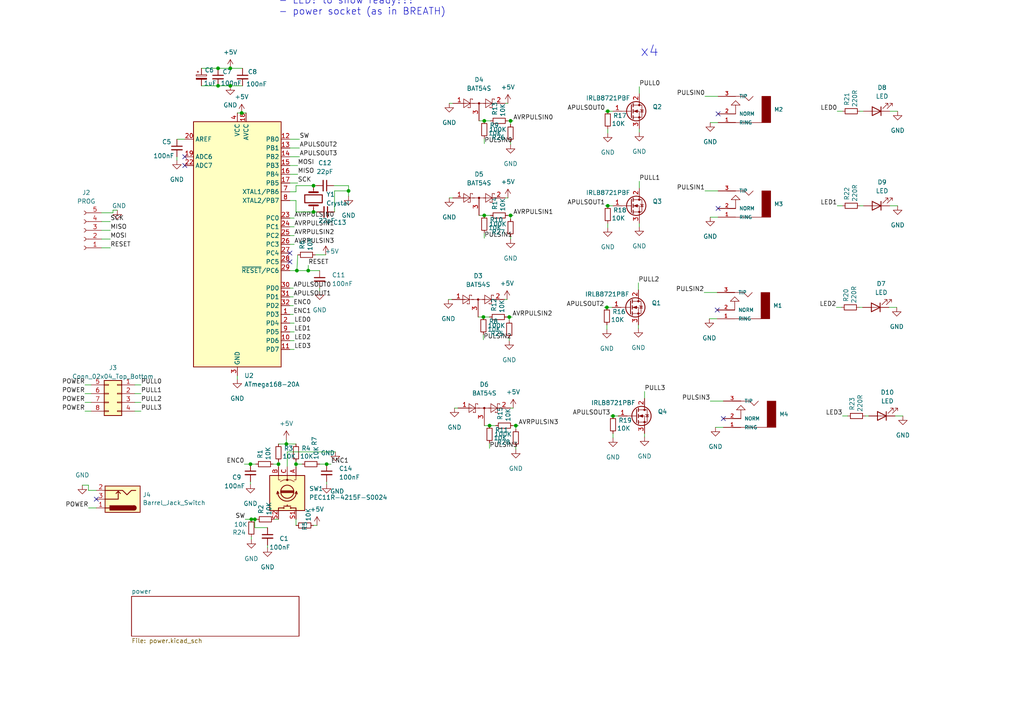
<source format=kicad_sch>
(kicad_sch (version 20211123) (generator eeschema)
  (paper "A4")
  (lib_symbols
    (symbol "Connector:Conn_01x05_Female" (pin_names (offset 1.016) hide)
      (property "Reference" "J" (at 0 7.62 0))
      (property "Value" "Conn_01x05_Female" (at 0 -7.62 0))
      (symbol "Conn_01x05_Female_1_1"
        (pin passive line (at -5.08 5.08 0) (length 3.81) (name "Pin_1") (number "1"))
        (pin passive line (at -5.08 2.54 0) (length 3.81) (name "Pin_2") (number "2"))
        (pin passive line (at -5.08 0 0) (length 3.81) (name "Pin_3") (number "3"))
        (pin passive line (at -5.08 -2.54 0) (length 3.81) (name "Pin_4") (number "4"))
        (pin passive line (at -5.08 -5.08 0) (length 3.81) (name "Pin_5") (number "5"))
      )
    )
    (symbol "Connector_Generic:Conn_02x04_Top_Bottom" (pin_names (offset 1.016) hide)
      (property "Reference" "J" (at 1.27 5.08 0))
      (property "Value" "Conn_02x04_Top_Bottom" (at 1.27 -7.62 0))
      (symbol "Conn_02x04_Top_Bottom_1_1"
        (pin passive line (at -5.08 2.54 0) (length 3.81) (name "Pin_1") (number "1"))
        (pin passive line (at -5.08 0 0) (length 3.81) (name "Pin_2") (number "2"))
        (pin passive line (at -5.08 -2.54 0) (length 3.81) (name "Pin_3") (number "3"))
        (pin passive line (at -5.08 -5.08 0) (length 3.81) (name "Pin_4") (number "4"))
        (pin passive line (at 7.62 2.54 180) (length 3.81) (name "Pin_5") (number "5"))
        (pin passive line (at 7.62 0 180) (length 3.81) (name "Pin_6") (number "6"))
        (pin passive line (at 7.62 -2.54 180) (length 3.81) (name "Pin_7") (number "7"))
        (pin passive line (at 7.62 -5.08 180) (length 3.81) (name "Pin_8") (number "8"))
      )
    )
    (symbol "Device:C_Polarized_Small" (pin_numbers hide) (pin_names (offset 0.254) hide)
      (property "Reference" "C" (at 0.254 1.778 0))
      (property "Value" "C_Polarized_Small" (at 0.254 -2.032 0))
      (symbol "C_Polarized_Small_1_1"
        (pin passive line (at 0 2.54 270) (length 1.8542) (name "~") (number "1"))
        (pin passive line (at 0 -2.54 90) (length 1.8542) (name "~") (number "2"))
      )
    )
    (symbol "Device:C_Small" (pin_numbers hide) (pin_names (offset 0.254) hide)
      (property "Reference" "C" (at 0.254 1.778 0))
      (property "Value" "C_Small" (at 0.254 -2.032 0))
      (symbol "C_Small_1_1"
        (pin passive line (at 0 2.54 270) (length 2.032) (name "~") (number "1"))
        (pin passive line (at 0 -2.54 90) (length 2.032) (name "~") (number "2"))
      )
    )
    (symbol "Device:Crystal" (pin_numbers hide) (pin_names (offset 1.016) hide)
      (property "Reference" "Y" (at 0 3.81 0))
      (property "Value" "Crystal" (at 0 -3.81 0))
      (symbol "Crystal_1_1"
        (pin passive line (at -3.81 0 0) (length 1.27) (name "1") (number "1"))
        (pin passive line (at 3.81 0 180) (length 1.27) (name "2") (number "2"))
      )
    )
    (symbol "Device:LED" (pin_numbers hide) (pin_names (offset 1.016) hide)
      (property "Reference" "D" (at 0 2.54 0))
      (property "Value" "LED" (at 0 -2.54 0))
      (symbol "LED_1_1"
        (pin passive line (at -3.81 0 0) (length 2.54) (name "K") (number "1"))
        (pin passive line (at 3.81 0 180) (length 2.54) (name "A") (number "2"))
      )
    )
    (symbol "Device:R_Small" (pin_numbers hide) (pin_names (offset 0.254) hide)
      (property "Reference" "R" (at 0.762 0.508 0))
      (property "Value" "R_Small" (at 0.762 -1.016 0))
      (symbol "R_Small_1_1"
        (pin passive line (at 0 2.54 270) (length 0.762) (name "~") (number "1"))
        (pin passive line (at 0 -2.54 90) (length 0.762) (name "~") (number "2"))
      )
    )
    (symbol "Device:RotaryEncoder_Switch" (pin_names (offset 0.254) hide)
      (property "Reference" "SW" (at 0 6.604 0))
      (property "Value" "RotaryEncoder_Switch" (at 0 -6.604 0))
      (symbol "RotaryEncoder_Switch_1_1"
        (pin passive line (at -7.62 2.54 0) (length 2.54) (name "A") (number "A"))
        (pin passive line (at -7.62 -2.54 0) (length 2.54) (name "B") (number "B"))
        (pin passive line (at -7.62 0 0) (length 2.54) (name "C") (number "C"))
        (pin passive line (at 7.62 2.54 180) (length 2.54) (name "S1") (number "S1"))
        (pin passive line (at 7.62 -2.54 180) (length 2.54) (name "S2") (number "S2"))
      )
    )
    (symbol "Diode:BAT54S" (pin_names (offset 1.016))
      (property "Reference" "D" (at 0.635 -3.81 0))
      (property "Value" "BAT54S" (at -6.35 3.175 0))
      (symbol "BAT54S_1_1"
        (pin passive line (at -7.62 0 0) (length 3.81) (name "~") (number "1"))
        (pin passive line (at 7.62 0 180) (length 3.81) (name "~") (number "2"))
        (pin passive line (at 0 -5.08 90) (length 5.08) (name "~") (number "3"))
      )
    )
    (symbol "MCU_Microchip_ATmega:ATmega168-20A"
      (property "Reference" "U" (at -12.7 36.83 0))
      (property "Value" "ATmega168-20A" (at 2.54 -36.83 0))
      (symbol "ATmega168-20A_1_1"
        (pin bidirectional line (at 15.24 -20.32 180) (length 2.54) (name "PD3") (number "1"))
        (pin bidirectional line (at 15.24 -27.94 180) (length 2.54) (name "PD6") (number "10"))
        (pin bidirectional line (at 15.24 -30.48 180) (length 2.54) (name "PD7") (number "11"))
        (pin bidirectional line (at 15.24 30.48 180) (length 2.54) (name "PB0") (number "12"))
        (pin bidirectional line (at 15.24 27.94 180) (length 2.54) (name "PB1") (number "13"))
        (pin bidirectional line (at 15.24 25.4 180) (length 2.54) (name "PB2") (number "14"))
        (pin bidirectional line (at 15.24 22.86 180) (length 2.54) (name "PB3") (number "15"))
        (pin bidirectional line (at 15.24 20.32 180) (length 2.54) (name "PB4") (number "16"))
        (pin bidirectional line (at 15.24 17.78 180) (length 2.54) (name "PB5") (number "17"))
        (pin power_in line (at 2.54 38.1 270) (length 2.54) (name "AVCC") (number "18"))
        (pin input line (at -15.24 25.4 0) (length 2.54) (name "ADC6") (number "19"))
        (pin bidirectional line (at 15.24 -22.86 180) (length 2.54) (name "PD4") (number "2"))
        (pin passive line (at -15.24 30.48 0) (length 2.54) (name "AREF") (number "20"))
        (pin passive line (at 0 -38.1 90) (length 2.54) hide (name "GND") (number "21"))
        (pin input line (at -15.24 22.86 0) (length 2.54) (name "ADC7") (number "22"))
        (pin bidirectional line (at 15.24 7.62 180) (length 2.54) (name "PC0") (number "23"))
        (pin bidirectional line (at 15.24 5.08 180) (length 2.54) (name "PC1") (number "24"))
        (pin bidirectional line (at 15.24 2.54 180) (length 2.54) (name "PC2") (number "25"))
        (pin bidirectional line (at 15.24 0 180) (length 2.54) (name "PC3") (number "26"))
        (pin bidirectional line (at 15.24 -2.54 180) (length 2.54) (name "PC4") (number "27"))
        (pin bidirectional line (at 15.24 -5.08 180) (length 2.54) (name "PC5") (number "28"))
        (pin bidirectional line (at 15.24 -7.62 180) (length 2.54) (name "~{RESET}/PC6") (number "29"))
        (pin power_in line (at 0 -38.1 90) (length 2.54) (name "GND") (number "3"))
        (pin bidirectional line (at 15.24 -12.7 180) (length 2.54) (name "PD0") (number "30"))
        (pin bidirectional line (at 15.24 -15.24 180) (length 2.54) (name "PD1") (number "31"))
        (pin bidirectional line (at 15.24 -17.78 180) (length 2.54) (name "PD2") (number "32"))
        (pin power_in line (at 0 38.1 270) (length 2.54) (name "VCC") (number "4"))
        (pin passive line (at 0 -38.1 90) (length 2.54) hide (name "GND") (number "5"))
        (pin passive line (at 0 38.1 270) (length 2.54) hide (name "VCC") (number "6"))
        (pin bidirectional line (at 15.24 15.24 180) (length 2.54) (name "XTAL1/PB6") (number "7"))
        (pin bidirectional line (at 15.24 12.7 180) (length 2.54) (name "XTAL2/PB7") (number "8"))
        (pin bidirectional line (at 15.24 -25.4 180) (length 2.54) (name "PD5") (number "9"))
      )
    )
    (symbol "Transistor_FET:IRLB8721PBF" (pin_names hide)
      (property "Reference" "Q" (at 6.35 1.905 0))
      (property "Value" "IRLB8721PBF" (at 6.35 0 0))
      (symbol "IRLB8721PBF_1_1"
        (pin input line (at -5.08 0 0) (length 2.54) (name "G") (number "1"))
        (pin passive line (at 2.54 5.08 270) (length 2.54) (name "D") (number "2"))
        (pin passive line (at 2.54 -5.08 90) (length 2.54) (name "S") (number "3"))
      )
    )
    (symbol "breath-rescue:Barrel_Jack_Switch-Connector" (pin_names hide)
      (property "Reference" "J" (at 0 5.334 0))
      (property "Value" "Barrel_Jack_Switch-Connector" (at 0 -5.08 0))
      (symbol "Barrel_Jack_Switch-Connector_1_1"
        (pin passive line (at 7.62 2.54 180) (length 2.54) (name "~") (number "1"))
        (pin passive line (at 7.62 -2.54 180) (length 2.54) (name "~") (number "2"))
        (pin passive line (at 7.62 0 180) (length 2.54) (name "~") (number "3"))
      )
    )
    (symbol "breath-rescue:GND-power" (power) (pin_names (offset 0))
      (property "Value" "GND-power" (at 0 -3.81 0))
      (symbol "GND-power_1_1"
        (pin power_in line (at 0 0 270) (length 0) hide (name "GND") (number "1"))
      )
    )
    (symbol "power:+5V" (power) (pin_names (offset 0))
      (property "Value" "+5V" (at 0 3.556 0))
      (symbol "+5V_1_1"
        (pin power_in line (at 0 0 90) (length 0) hide (name "+5V") (number "1"))
      )
    )
    (symbol "power:GND" (power) (pin_names (offset 0))
      (property "Value" "GND" (at 0 -3.81 0))
      (symbol "GND_1_1"
        (pin power_in line (at 0 0 270) (length 0) hide (name "GND") (number "1"))
      )
    )
    (symbol "toad2-rescue:AUDIO-JACKERTHENVAR-PJ398-allcolours-rescue" (pin_names (offset 1.016))
      (property "Reference" "M?" (at -1.27 4.572 0))
      (symbol "AUDIO-JACKERTHENVAR-PJ398-allcolours-rescue_1_1"
        (pin bidirectional line (at 7.62 2.54 180) (length 5.08) (name "RING") (number "1"))
        (pin bidirectional line (at 7.62 0 180) (length 5.08) (name "NORM") (number "2"))
        (pin bidirectional line (at 7.62 -5.08 180) (length 5.08) (name "TIP") (number "3"))
      )
    )
  )
  (junction (at 141.986 123.444))
  (junction (at 72.644 134.62))
  (junction (at 148.082 62.484))
  (junction (at 80.772 134.62))
  (junction (at 66.802 19.812))
  (junction (at 147.701 91.948))
  (junction (at 148.082 35.052))
  (junction (at 70.104 32.766))
  (junction (at 176.022 89.154))
  (junction (at 101.092 55.372))
  (junction (at 73.914 150.622))
  (junction (at 177.8 120.65))
  (junction (at 63.246 19.812))
  (junction (at 149.606 123.444))
  (junction (at 83.058 128.778))
  (junction (at 90.932 53.848))
  (junction (at 63.246 24.892))
  (junction (at 140.208 91.948))
  (junction (at 66.802 24.892))
  (junction (at 176.276 32.258))
  (junction (at 89.408 78.486))
  (junction (at 86.106 78.486))
  (junction (at 94.742 134.62))
  (junction (at 176.276 59.69))
  (junction (at 90.932 61.468))
  (junction (at 140.462 62.484))
  (junction (at 72.898 150.622))
  (junction (at 85.852 134.62))
  (junction (at 140.462 35.052))
  (no_connect (at 84.074 73.406))
  (no_connect (at 208.28 60.452))
  (no_connect (at 209.804 121.412))
  (no_connect (at 208.28 33.02))
  (no_connect (at 53.594 48.006))
  (no_connect (at 53.594 45.466))
  (no_connect (at 27.94 144.78))
  (no_connect (at 208.026 89.916))
  (no_connect (at 84.074 75.946))
  (wire (pts (xy 176.022 94.234) (xy 176.022 95.504)))
  (wire (pts (xy 147.701 98.044) (xy 147.701 98.806)))
  (wire (pts (xy 70.104 32.766) (xy 71.374 32.766)))
  (wire (pts (xy 26.416 116.713) (xy 24.638 116.713)))
  (wire (pts (xy 85.852 58.166) (xy 85.852 61.468)))
  (wire (pts (xy 176.276 37.338) (xy 176.276 38.608)))
  (wire (pts (xy 66.802 24.892) (xy 70.358 24.892)))
  (wire (pts (xy 205.994 62.992) (xy 208.28 62.992)))
  (wire (pts (xy 51.308 40.386) (xy 53.594 40.386)))
  (wire (pts (xy 130.302 57.404) (xy 131.318 57.404)))
  (wire (pts (xy 149.606 123.444) (xy 149.606 124.46)))
  (wire (pts (xy 175.514 59.69) (xy 176.276 59.69)))
  (wire (pts (xy 176.276 64.77) (xy 176.276 66.04)))
  (wire (pts (xy 86.106 78.486) (xy 89.408 78.486)))
  (wire (pts (xy 148.082 62.484) (xy 148.844 62.484)))
  (wire (pts (xy 185.42 64.77) (xy 185.42 65.786)))
  (wire (pts (xy 84.074 68.326) (xy 85.344 68.326)))
  (wire (pts (xy 73.914 150.622) (xy 74.422 150.622)))
  (wire (pts (xy 185.166 94.234) (xy 185.166 95.25)))
  (wire (pts (xy 90.932 53.848) (xy 85.852 53.848)))
  (wire (pts (xy 147.701 91.948) (xy 148.59 91.948)))
  (wire (pts (xy 204.47 55.372) (xy 208.28 55.372)))
  (wire (pts (xy 80.772 134.62) (xy 80.772 135.382)))
  (wire (pts (xy 84.074 101.346) (xy 85.344 101.346)))
  (wire (pts (xy 84.074 96.266) (xy 85.344 96.266)))
  (wire (pts (xy 185.42 52.578) (xy 185.42 54.61)))
  (wire (pts (xy 84.074 65.786) (xy 85.344 65.786)))
  (wire (pts (xy 51.308 45.466) (xy 51.308 46.482)))
  (wire (pts (xy 148.082 62.484) (xy 148.082 63.5)))
  (wire (pts (xy 68.834 32.766) (xy 70.104 32.766)))
  (wire (pts (xy 148.844 123.444) (xy 149.606 123.444)))
  (wire (pts (xy 58.42 19.812) (xy 63.246 19.812)))
  (wire (pts (xy 149.606 123.444) (xy 150.368 123.444)))
  (wire (pts (xy 146.558 57.404) (xy 147.32 57.404)))
  (wire (pts (xy 258.064 32.258) (xy 260.35 32.258)))
  (wire (pts (xy 79.248 134.62) (xy 80.772 134.62)))
  (wire (pts (xy 138.684 91.948) (xy 140.208 91.948)))
  (wire (pts (xy 92.71 134.62) (xy 94.742 134.62)))
  (wire (pts (xy 96.774 53.848) (xy 101.092 53.848)))
  (wire (pts (xy 242.824 32.258) (xy 244.348 32.258)))
  (wire (pts (xy 92.71 83.566) (xy 92.71 84.328)))
  (wire (pts (xy 140.462 67.564) (xy 140.462 69.088)))
  (wire (pts (xy 186.944 125.73) (xy 186.944 126.746)))
  (wire (pts (xy 147.701 91.948) (xy 147.701 92.964)))
  (wire (pts (xy 175.26 89.154) (xy 176.022 89.154)))
  (wire (pts (xy 176.276 59.69) (xy 177.8 59.69)))
  (wire (pts (xy 25.654 142.24) (xy 27.94 142.24)))
  (wire (pts (xy 140.462 62.484) (xy 142.24 62.484)))
  (wire (pts (xy 70.866 134.62) (xy 72.644 134.62)))
  (wire (pts (xy 242.824 59.69) (xy 244.348 59.69)))
  (wire (pts (xy 39.116 114.173) (xy 40.894 114.173)))
  (wire (pts (xy 244.348 120.65) (xy 245.872 120.65)))
  (wire (pts (xy 73.914 150.622) (xy 73.914 153.035)))
  (wire (pts (xy 204.216 84.836) (xy 208.026 84.836)))
  (wire (pts (xy 84.074 45.466) (xy 86.868 45.466)))
  (wire (pts (xy 85.852 53.848) (xy 85.852 55.626)))
  (wire (pts (xy 101.092 53.848) (xy 101.092 55.372)))
  (wire (pts (xy 257.81 89.154) (xy 260.096 89.154)))
  (wire (pts (xy 84.074 86.106) (xy 85.09 86.106)))
  (wire (pts (xy 138.938 62.484) (xy 140.462 62.484)))
  (wire (pts (xy 90.932 152.4) (xy 91.948 152.4)))
  (wire (pts (xy 90.932 53.848) (xy 91.694 53.848)))
  (wire (pts (xy 147.066 91.948) (xy 147.701 91.948)))
  (wire (pts (xy 77.597 158.115) (xy 77.597 158.877)))
  (wire (pts (xy 84.074 42.926) (xy 86.868 42.926)))
  (wire (pts (xy 89.408 76.962) (xy 89.408 78.486)))
  (wire (pts (xy 26.416 111.633) (xy 24.638 111.633)))
  (wire (pts (xy 25.654 140.716) (xy 25.654 142.24)))
  (wire (pts (xy 249.428 59.69) (xy 250.444 59.69)))
  (wire (pts (xy 130.048 86.868) (xy 131.064 86.868)))
  (wire (pts (xy 84.074 58.166) (xy 85.852 58.166)))
  (wire (pts (xy 83.058 127.508) (xy 83.058 128.778)))
  (wire (pts (xy 176.276 32.258) (xy 177.8 32.258)))
  (wire (pts (xy 72.644 139.7) (xy 72.644 140.462)))
  (wire (pts (xy 80.772 133.858) (xy 80.772 134.62)))
  (wire (pts (xy 85.852 55.626) (xy 84.074 55.626)))
  (wire (pts (xy 185.166 82.042) (xy 185.166 84.074)))
  (wire (pts (xy 84.074 98.806) (xy 85.344 98.806)))
  (wire (pts (xy 94.742 134.62) (xy 96.012 134.62)))
  (wire (pts (xy 101.092 55.372) (xy 101.092 56.896)))
  (wire (pts (xy 80.772 128.778) (xy 83.058 128.778)))
  (wire (pts (xy 177.8 125.73) (xy 177.8 127)))
  (wire (pts (xy 259.588 120.65) (xy 261.874 120.65)))
  (wire (pts (xy 84.074 93.726) (xy 85.344 93.726)))
  (wire (pts (xy 97.028 55.372) (xy 101.092 55.372)))
  (wire (pts (xy 148.082 35.052) (xy 148.844 35.052)))
  (wire (pts (xy 63.246 24.892) (xy 66.802 24.892)))
  (wire (pts (xy 84.074 70.866) (xy 85.344 70.866)))
  (wire (pts (xy 149.606 129.54) (xy 149.606 130.302)))
  (wire (pts (xy 39.116 116.713) (xy 40.894 116.713)))
  (wire (pts (xy 68.834 108.966) (xy 68.834 109.982)))
  (wire (pts (xy 85.852 134.62) (xy 85.852 135.382)))
  (wire (pts (xy 85.852 133.858) (xy 85.852 134.62)))
  (wire (pts (xy 89.408 78.486) (xy 92.71 78.486)))
  (wire (pts (xy 138.938 35.052) (xy 140.462 35.052)))
  (wire (pts (xy 258.064 59.69) (xy 260.35 59.69)))
  (wire (pts (xy 85.852 134.62) (xy 87.63 134.62)))
  (wire (pts (xy 249.428 32.258) (xy 250.444 32.258)))
  (wire (pts (xy 148.082 41.148) (xy 148.082 41.91)))
  (wire (pts (xy 63.246 19.812) (xy 66.802 19.812)))
  (wire (pts (xy 94.742 139.7) (xy 94.742 140.462)))
  (wire (pts (xy 29.464 64.262) (xy 32.004 64.262)))
  (wire (pts (xy 207.518 123.952) (xy 209.804 123.952)))
  (wire (pts (xy 71.12 150.622) (xy 72.898 150.622)))
  (wire (pts (xy 29.464 69.342) (xy 32.004 69.342)))
  (wire (pts (xy 97.028 61.468) (xy 97.028 55.372)))
  (wire (pts (xy 32.766 60.96) (xy 34.036 60.96)))
  (wire (pts (xy 84.074 48.006) (xy 86.36 48.006)))
  (wire (pts (xy 249.174 89.154) (xy 250.19 89.154)))
  (wire (pts (xy 84.074 53.086) (xy 86.36 53.086)))
  (wire (pts (xy 186.944 113.538) (xy 186.944 115.57)))
  (wire (pts (xy 73.914 153.035) (xy 77.597 153.035)))
  (wire (pts (xy 25.654 147.32) (xy 27.94 147.32)))
  (wire (pts (xy 29.464 61.722) (xy 32.766 61.722)))
  (wire (pts (xy 148.082 68.58) (xy 148.082 69.342)))
  (wire (pts (xy 66.802 19.812) (xy 70.358 19.812)))
  (wire (pts (xy 79.502 150.622) (xy 80.772 150.622)))
  (wire (pts (xy 185.42 37.338) (xy 185.42 38.354)))
  (wire (pts (xy 148.082 35.052) (xy 148.082 36.068)))
  (wire (pts (xy 26.416 114.173) (xy 24.638 114.173)))
  (wire (pts (xy 205.74 92.456) (xy 208.026 92.456)))
  (wire (pts (xy 205.994 35.56) (xy 208.28 35.56)))
  (wire (pts (xy 84.074 50.546) (xy 86.36 50.546)))
  (wire (pts (xy 84.074 78.486) (xy 86.106 78.486)))
  (wire (pts (xy 147.32 35.052) (xy 148.082 35.052)))
  (wire (pts (xy 185.42 25.146) (xy 185.42 27.178)))
  (wire (pts (xy 83.312 131.064) (xy 97.282 131.064)))
  (wire (pts (xy 29.464 66.802) (xy 32.004 66.802)))
  (wire (pts (xy 58.42 24.892) (xy 63.246 24.892)))
  (wire (pts (xy 29.464 71.882) (xy 32.004 71.882)))
  (wire (pts (xy 85.852 150.622) (xy 85.852 152.4)))
  (wire (pts (xy 23.876 140.716) (xy 25.654 140.716)))
  (wire (pts (xy 250.952 120.65) (xy 251.968 120.65)))
  (wire (pts (xy 177.038 120.65) (xy 177.8 120.65)))
  (wire (pts (xy 90.932 61.468) (xy 91.948 61.468)))
  (wire (pts (xy 131.826 118.364) (xy 132.842 118.364)))
  (wire (pts (xy 39.116 111.633) (xy 40.894 111.633)))
  (wire (pts (xy 140.462 35.052) (xy 142.24 35.052)))
  (wire (pts (xy 84.074 91.186) (xy 85.09 91.186)))
  (wire (pts (xy 84.074 88.646) (xy 85.09 88.646)))
  (wire (pts (xy 146.304 86.868) (xy 147.066 86.868)))
  (wire (pts (xy 85.852 61.468) (xy 90.932 61.468)))
  (wire (pts (xy 148.082 118.364) (xy 148.844 118.364)))
  (wire (pts (xy 140.208 91.948) (xy 141.986 91.948)))
  (wire (pts (xy 72.644 134.62) (xy 74.168 134.62)))
  (wire (pts (xy 141.986 123.444) (xy 143.764 123.444)))
  (wire (pts (xy 83.058 128.778) (xy 85.852 128.778)))
  (wire (pts (xy 140.462 40.132) (xy 140.462 41.656)))
  (wire (pts (xy 204.47 27.94) (xy 208.28 27.94)))
  (wire (pts (xy 32.766 61.722) (xy 32.766 60.96)))
  (wire (pts (xy 91.44 73.914) (xy 94.488 73.914)))
  (wire (pts (xy 205.994 116.332) (xy 209.804 116.332)))
  (wire (pts (xy 86.36 73.914) (xy 86.106 78.486)))
  (wire (pts (xy 141.986 128.524) (xy 141.986 130.048)))
  (wire (pts (xy 72.898 155.702) (xy 72.898 156.464)))
  (wire (pts (xy 140.462 123.444) (xy 141.986 123.444)))
  (wire (pts (xy 84.074 40.386) (xy 86.868 40.386)))
  (wire (pts (xy 175.514 32.258) (xy 176.276 32.258)))
  (wire (pts (xy 26.416 119.253) (xy 24.638 119.253)))
  (wire (pts (xy 72.898 150.622) (xy 73.914 150.622)))
  (wire (pts (xy 176.022 89.154) (xy 177.546 89.154)))
  (wire (pts (xy 84.074 83.566) (xy 85.09 83.566)))
  (wire (pts (xy 130.302 29.972) (xy 131.318 29.972)))
  (wire (pts (xy 177.8 120.65) (xy 179.324 120.65)))
  (wire (pts (xy 83.312 135.382) (xy 83.312 131.064)))
  (wire (pts (xy 147.32 62.484) (xy 148.082 62.484)))
  (wire (pts (xy 140.208 97.028) (xy 140.208 98.552)))
  (wire (pts (xy 39.116 119.253) (xy 40.894 119.253)))
  (wire (pts (xy 242.57 89.154) (xy 244.094 89.154)))
  (wire (pts (xy 84.074 63.246) (xy 85.344 63.246)))
  (wire (pts (xy 146.558 29.972) (xy 147.32 29.972)))
  (text "x4" (at 185.674 16.764 0) (effects (font (size 3 3)) (justify left bottom)))
  (text "- 10k pulldown on gates of FET\n- switch on encoder as arming?\n- LED? to show ready???\n- power socket (as in BREATH)" (at 80.772 4.6228 0) (effects (font (size 2 2)) (justify left bottom)))
  (label "LED3" (at 85.344 101.346 0))
  (label "APULSOUT0" (at 175.514 32.258 180))
  (label "PULSIN2" (at 140.208 98.552 0))
  (label "PULSIN3" (at 141.986 130.048 0))
  (label "POWER" (at 24.638 116.713 180))
  (label "PULSIN3" (at 205.994 116.332 180))
  (label "MISO" (at 32.004 66.802 0))
  (label "APULSOUT3" (at 177.038 120.65 180))
  (label "PULSIN1" (at 204.47 55.372 180))
  (label "APULSOUT1" (at 85.09 86.106 0))
  (label "APULSOUT2" (at 175.26 89.154 180))
  (label "AVRPULSIN3" (at 85.344 70.866 0))
  (label "ENC0" (at 85.09 88.646 0))
  (label "SCK" (at 86.36 53.086 0))
  (label "APULSOUT2" (at 86.868 42.926 0))
  (label "POWER" (at 24.638 119.253 180))
  (label "RESET" (at 89.408 76.962 0))
  (label "POWER" (at 24.638 114.173 180))
  (label "AVRPULSIN3" (at 150.368 123.444 0))
  (label "LED2" (at 85.344 98.806 0))
  (label "LED2" (at 242.57 89.154 180))
  (label "SW" (at 86.868 40.386 0))
  (label "PULL2" (at 40.894 116.713 0))
  (label "RESET" (at 32.004 71.882 0))
  (label "AVRPULSIN1" (at 148.844 62.484 0))
  (label "ENC0" (at 70.866 134.62 180))
  (label "ENC1" (at 96.012 134.62 0))
  (label "AVRPULSIN2" (at 85.344 68.326 0))
  (label "PULSIN0" (at 140.462 41.656 0))
  (label "SW" (at 71.12 150.622 180))
  (label "POWER" (at 24.638 111.633 180))
  (label "APULSOUT3" (at 86.868 45.466 0))
  (label "LED0" (at 242.824 32.258 180))
  (label "LED1" (at 85.344 96.266 0))
  (label "PULL3" (at 40.894 119.253 0))
  (label "SCK" (at 32.004 64.262 0))
  (label "LED3" (at 244.348 120.65 180))
  (label "LED1" (at 242.824 59.69 180))
  (label "POWER" (at 25.654 147.32 180))
  (label "APULSOUT0" (at 85.09 83.566 0))
  (label "MOSI" (at 32.004 69.342 0))
  (label "APULSOUT1" (at 175.514 59.69 180))
  (label "MISO" (at 86.36 50.546 0))
  (label "PULSIN1" (at 140.462 69.088 0))
  (label "MOSI" (at 86.36 48.006 0))
  (label "ENC1" (at 85.09 91.186 0))
  (label "PULL0" (at 185.42 25.146 0))
  (label "AVRPULSIN0" (at 85.344 63.246 0))
  (label "PULL1" (at 40.894 114.173 0))
  (label "AVRPULSIN2" (at 148.59 91.948 0))
  (label "PULL3" (at 186.944 113.538 0))
  (label "LED0" (at 85.344 93.726 0))
  (label "PULSIN0" (at 204.47 27.94 180))
  (label "PULL1" (at 185.42 52.578 0))
  (label "PULL2" (at 185.166 82.042 0))
  (label "AVRPULSIN0" (at 148.844 35.052 0))
  (label "PULL0" (at 40.894 111.633 0))
  (label "PULSIN2" (at 204.216 84.836 180))
  (label "AVRPULSIN1" (at 85.344 65.786 0))
  (symbol (lib_id "power:GND") (at 130.048 86.868 0) (unit 1)
    (property "Reference" "#PWR023" (effects hide))
    (property "Value" "GND" (at 130.048 92.456 0))
  )
  (symbol (lib_id "Device:R_Small") (at 85.852 131.318 0) (unit 1)
    (property "Reference" "R4" (at 87.4268 130.0479 0) (effects (justify left)))
    (property "Value" "10K" (at 86.995 132.3594 0) (effects (justify left)))
    (property "Footprint" "Resistor_SMD:R_0805_2012Metric" (effects hide))
  )
  (symbol (lib_id "power:GND") (at 130.302 29.972 0) (unit 1)
    (property "Reference" "#PWR024" (effects hide))
    (property "Value" "GND" (at 130.302 35.56 0))
  )
  (symbol (lib_id "toad2-rescue:AUDIO-JACKERTHENVAR-PJ398-allcolours-rescue") (at 215.9 33.02 180) (unit 1)
    (property "Reference" "M2" (at 224.536 31.75 0) (effects (font (size 1.143 1.143)) (justify right)))
    (property "Value" "AUDIO-JACKERTHENVAR-PJ398-allcolours-rescue" (effects hide))
    (property "Footprint" "martin_module:Jack_3.5mm_QingPu_WQP-PJ398SM_Vertical_CircularHolesKEEPOUT" (effects hide))
  )
  (symbol (lib_id "power:GND") (at 92.71 84.328 0) (unit 1)
    (property "Reference" "#PWR018" (effects hide))
    (property "Value" "GND" (at 92.71 89.916 0))
  )
  (symbol (lib_id "Device:R_Small") (at 140.462 37.592 0) (unit 1)
    (property "Reference" "R9" (at 142.0368 36.3219 0) (effects (justify left)))
    (property "Value" "10K" (at 141.605 38.6334 0) (effects (justify left)))
    (property "Footprint" "Resistor_SMD:R_0805_2012Metric" (effects hide))
  )
  (symbol (lib_id "Device:R_Small") (at 88.9 73.914 90) (unit 1)
    (property "Reference" "R6" (at 87.6299 72.3392 0) (effects (justify left)))
    (property "Value" "10K" (at 89.9414 72.771 0) (effects (justify left)))
    (property "Footprint" "Resistor_SMD:R_0805_2012Metric" (effects hide))
  )
  (symbol (lib_id "Device:C_Small") (at 92.71 81.026 0) (unit 1)
    (property "Reference" "C11" (at 96.266 79.7622 0) (effects (justify left)))
    (property "Value" "100nF" (at 96.266 82.3022 0) (effects (justify left)))
    (property "Footprint" "Capacitor_SMD:C_0805_2012Metric" (effects hide))
  )
  (symbol (lib_id "Device:R_Small") (at 246.888 32.258 90) (unit 1)
    (property "Reference" "R21" (at 245.6179 30.6832 0) (effects (justify left)))
    (property "Value" "220R" (at 247.9294 31.115 0) (effects (justify left)))
    (property "Footprint" "Resistor_SMD:R_0805_2012Metric" (effects hide))
  )
  (symbol (lib_id "breath-rescue:GND-power") (at 23.876 140.716 0) (unit 1)
    (property "Reference" "#PWR07" (effects hide))
    (property "Value" "GND" (at 23.876 137.795 0))
  )
  (symbol (lib_id "Transistor_FET:IRLB8721PBF") (at 182.88 59.69 0) (unit 1)
    (property "Reference" "Q3" (at 189.2554 58.4199 0) (effects (justify left)))
    (property "Value" "IRLB8721PBF" (at 169.926 55.88 0) (effects (justify left)))
    (property "Footprint" "martin_module:TO-220-3_Horizontal_TabDown_DrainHeatSink" (effects hide))
    (property "Datasheet" "http://www.infineon.com/dgdl/irlb8721pbf.pdf?fileId=5546d462533600a40153566056732591" (effects hide))
  )
  (symbol (lib_id "power:GND") (at 148.082 69.342 0) (unit 1)
    (property "Reference" "#PWR049" (effects hide))
    (property "Value" "GND" (at 148.082 74.93 0))
  )
  (symbol (lib_id "Connector_Generic:Conn_02x04_Top_Bottom") (at 34.036 114.173 0) (mirror y) (unit 1)
    (property "Reference" "J3" (at 32.766 106.6632 0))
    (property "Value" "Conn_02x04_Top_Bottom" (at 32.766 109.2001 0))
    (property "Footprint" "martin_module:Push_terminals_2x4_Cliff_FE6930" (effects hide))
  )
  (symbol (lib_id "power:GND") (at 185.166 95.25 0) (unit 1)
    (property "Reference" "#PWR035" (effects hide))
    (property "Value" "GND" (at 185.166 100.838 0))
  )
  (symbol (lib_id "Device:R_Small") (at 148.082 66.04 180) (unit 1)
    (property "Reference" "R27" (at 146.5072 67.3101 0) (effects (justify left)))
    (property "Value" "100K" (at 146.939 64.9986 0) (effects (justify left)))
    (property "Footprint" "Resistor_SMD:R_0805_2012Metric" (effects hide))
  )
  (symbol (lib_id "Device:R_Small") (at 248.412 120.65 90) (unit 1)
    (property "Reference" "R23" (at 247.1419 119.0752 0) (effects (justify left)))
    (property "Value" "220R" (at 249.4534 119.507 0) (effects (justify left)))
    (property "Footprint" "Resistor_SMD:R_0805_2012Metric" (effects hide))
  )
  (symbol (lib_id "power:+5V") (at 147.066 86.868 0) (unit 1)
    (property "Reference" "#PWR027" (effects hide))
    (property "Value" "+5V" (at 147.066 82.1944 0))
  )
  (symbol (lib_id "Transistor_FET:IRLB8721PBF") (at 184.404 120.65 0) (unit 1)
    (property "Reference" "Q4" (at 190.7794 119.3799 0) (effects (justify left)))
    (property "Value" "IRLB8721PBF" (at 171.45 116.84 0) (effects (justify left)))
    (property "Footprint" "martin_module:TO-220-3_Horizontal_TabDown_DrainHeatSink" (effects hide))
    (property "Datasheet" "http://www.infineon.com/dgdl/irlb8721pbf.pdf?fileId=5546d462533600a40153566056732591" (effects hide))
  )
  (symbol (lib_id "Device:R_Small") (at 246.634 89.154 90) (unit 1)
    (property "Reference" "R20" (at 245.3639 87.5792 0) (effects (justify left)))
    (property "Value" "220R" (at 247.6754 88.011 0) (effects (justify left)))
    (property "Footprint" "Resistor_SMD:R_0805_2012Metric" (effects hide))
  )
  (symbol (lib_id "power:GND") (at 176.022 95.504 0) (unit 1)
    (property "Reference" "#PWR031" (effects hide))
    (property "Value" "GND" (at 176.022 101.092 0))
  )
  (symbol (lib_id "Device:R_Small") (at 90.17 134.62 90) (unit 1)
    (property "Reference" "R7" (at 91.186 129.286 0) (effects (justify left)))
    (property "Value" "10K" (at 91.694 133.35 0) (effects (justify left)))
    (property "Footprint" "Resistor_SMD:R_0805_2012Metric" (effects hide))
  )
  (symbol (lib_id "power:GND") (at 72.644 140.462 0) (unit 1)
    (property "Reference" "#PWR014" (effects hide))
    (property "Value" "GND" (at 72.644 146.05 0))
  )
  (symbol (lib_id "power:GND") (at 186.944 126.746 0) (unit 1)
    (property "Reference" "#PWR038" (effects hide))
    (property "Value" "GND" (at 186.944 132.334 0))
  )
  (symbol (lib_id "Device:R_Small") (at 147.701 95.504 180) (unit 1)
    (property "Reference" "R25" (at 146.1262 96.7741 0) (effects (justify left)))
    (property "Value" "100K" (at 146.558 94.4626 0) (effects (justify left)))
    (property "Footprint" "Resistor_SMD:R_0805_2012Metric" (effects hide))
  )
  (symbol (lib_id "power:+5V") (at 148.844 118.364 0) (unit 1)
    (property "Reference" "#PWR030" (effects hide))
    (property "Value" "+5V" (at 148.844 113.6904 0))
  )
  (symbol (lib_id "power:GND") (at 260.35 59.69 0) (unit 1)
    (property "Reference" "#PWR045" (effects hide))
    (property "Value" "GND" (at 260.35 65.278 0))
  )
  (symbol (lib_id "Device:C_Small") (at 94.234 53.848 270) (unit 1)
    (property "Reference" "C12" (at 94.2276 47.244 90))
    (property "Value" "22pF" (at 94.2276 49.784 90))
    (property "Footprint" "Capacitor_SMD:C_0805_2012Metric" (effects hide))
  )
  (symbol (lib_id "Device:R_Small") (at 72.898 153.162 180) (unit 1)
    (property "Reference" "R24" (at 71.3232 154.4321 0) (effects (justify left)))
    (property "Value" "10K" (at 71.755 152.1206 0) (effects (justify left)))
    (property "Footprint" "Resistor_SMD:R_0805_2012Metric" (effects hide))
  )
  (symbol (lib_id "power:+5V") (at 70.104 32.766 0) (unit 1)
    (property "Reference" "#PWR013" (effects hide))
    (property "Value" "+5V" (at 70.104 28.0924 0))
  )
  (symbol (lib_id "Device:C_Small") (at 70.358 22.352 0) (unit 1)
    (property "Reference" "C8" (at 71.882 20.828 0) (effects (justify left)))
    (property "Value" "100nF" (at 71.374 24.384 0) (effects (justify left)))
    (property "Footprint" "Capacitor_SMD:C_0805_2012Metric" (effects hide))
  )
  (symbol (lib_id "power:GND") (at 131.826 118.364 0) (unit 1)
    (property "Reference" "#PWR026" (effects hide))
    (property "Value" "GND" (at 131.826 123.952 0))
  )
  (symbol (lib_id "MCU_Microchip_ATmega:ATmega168-20A") (at 68.834 70.866 0) (unit 1)
    (property "Reference" "U2" (at 70.8534 108.9406 0) (effects (justify left)))
    (property "Value" "ATmega168-20A" (at 70.8534 111.4806 0) (effects (justify left)))
    (property "Footprint" "Package_QFP:TQFP-32_7x7mm_P0.8mm" (effects hide))
    (property "Datasheet" "http://ww1.microchip.com/downloads/en/DeviceDoc/Atmel-2545-8-bit-AVR-Microcontroller-ATmega48-88-168_Datasheet.pdf" (effects hide))
  )
  (symbol (lib_id "Device:C_Small") (at 94.488 61.468 270) (unit 1)
    (property "Reference" "C13" (at 98.552 64.516 90))
    (property "Value" "22pF" (at 94.742 64.008 90))
    (property "Footprint" "Capacitor_SMD:C_0805_2012Metric" (effects hide))
  )
  (symbol (lib_id "power:GND") (at 77.597 158.877 0) (unit 1)
    (property "Reference" "#PWR01" (effects hide))
    (property "Value" "GND" (at 77.597 164.465 0))
  )
  (symbol (lib_id "Device:Crystal") (at 90.932 57.658 90) (unit 1)
    (property "Reference" "Y1" (at 94.615 56.3879 90) (effects (justify right)))
    (property "Value" "Crystal" (at 94.615 58.9279 90) (effects (justify right)))
    (property "Footprint" "Crystal:Crystal_SMD_HC49-SD" (effects hide))
  )
  (symbol (lib_id "Diode:BAT54S") (at 138.684 86.868 0) (unit 1)
    (property "Reference" "D3" (at 138.684 80.01 0))
    (property "Value" "BAT54S" (at 138.684 82.55 0))
    (property "Footprint" "Package_TO_SOT_SMD:SOT-23" (effects hide))
    (property "Datasheet" "https://www.diodes.com/assets/Datasheets/ds11005.pdf" (effects hide))
  )
  (symbol (lib_id "Diode:BAT54S") (at 140.462 118.364 0) (unit 1)
    (property "Reference" "D6" (at 140.462 111.506 0))
    (property "Value" "BAT54S" (at 140.462 114.046 0))
    (property "Footprint" "Package_TO_SOT_SMD:SOT-23" (effects hide))
    (property "Datasheet" "https://www.diodes.com/assets/Datasheets/ds11005.pdf" (effects hide))
  )
  (symbol (lib_id "toad2-rescue:AUDIO-JACKERTHENVAR-PJ398-allcolours-rescue") (at 215.9 60.452 180) (unit 1)
    (property "Reference" "M3" (at 224.536 59.182 0) (effects (font (size 1.143 1.143)) (justify right)))
    (property "Value" "AUDIO-JACKERTHENVAR-PJ398-allcolours-rescue" (effects hide))
    (property "Footprint" "martin_module:Jack_3.5mm_QingPu_WQP-PJ398SM_Vertical_CircularHolesKEEPOUT" (effects hide))
  )
  (symbol (lib_id "power:GND") (at 147.701 98.806 0) (unit 1)
    (property "Reference" "#PWR047" (effects hide))
    (property "Value" "GND" (at 147.701 104.394 0))
  )
  (symbol (lib_id "Device:R_Small") (at 246.888 59.69 90) (unit 1)
    (property "Reference" "R22" (at 245.6179 58.1152 0) (effects (justify left)))
    (property "Value" "220R" (at 247.9294 58.547 0) (effects (justify left)))
    (property "Footprint" "Resistor_SMD:R_0805_2012Metric" (effects hide))
  )
  (symbol (lib_id "power:GND") (at 94.742 140.462 0) (unit 1)
    (property "Reference" "#PWR020" (effects hide))
    (property "Value" "GND" (at 97.79 142.494 0))
  )
  (symbol (lib_id "Device:RotaryEncoder_Switch") (at 83.312 143.002 270) (unit 1)
    (property "Reference" "SW1" (at 89.662 141.7319 90) (effects (justify left)))
    (property "Value" "PEC11R-4215F-S0024" (at 89.662 144.2719 90) (effects (justify left)))
    (property "Footprint" "martin_module:XDCR_PEC11R-4215F-S0024" (effects hide))
  )
  (symbol (lib_id "power:GND") (at 261.874 120.65 0) (unit 1)
    (property "Reference" "#PWR046" (effects hide))
    (property "Value" "GND" (at 261.874 126.238 0))
  )
  (symbol (lib_id "Device:R_Small") (at 144.78 35.052 90) (unit 1)
    (property "Reference" "R13" (at 143.5099 33.4772 0) (effects (justify left)))
    (property "Value" "10K" (at 145.8214 33.909 0) (effects (justify left)))
    (property "Footprint" "Resistor_SMD:R_0805_2012Metric" (effects hide))
  )
  (symbol (lib_id "Device:C_Polarized_Small") (at 58.42 22.352 0) (unit 1)
    (property "Reference" "C6" (at 59.3598 20.32 0) (effects (justify left)))
    (property "Value" "1uF" (at 59.1058 24.13 0) (effects (justify left)))
    (property "Footprint" "Capacitor_SMD:C_0805_2012Metric" (effects hide))
  )
  (symbol (lib_id "Transistor_FET:IRLB8721PBF") (at 182.88 32.258 0) (unit 1)
    (property "Reference" "Q2" (at 189.2554 30.9879 0) (effects (justify left)))
    (property "Value" "IRLB8721PBF" (at 169.926 28.448 0) (effects (justify left)))
    (property "Footprint" "martin_module:TO-220-3_Horizontal_TabDown_DrainHeatSink" (effects hide))
    (property "Datasheet" "http://www.infineon.com/dgdl/irlb8721pbf.pdf?fileId=5546d462533600a40153566056732591" (effects hide))
  )
  (symbol (lib_id "Diode:BAT54S") (at 138.938 29.972 0) (unit 1)
    (property "Reference" "D4" (at 138.938 23.114 0))
    (property "Value" "BAT54S" (at 138.938 25.654 0))
    (property "Footprint" "Package_TO_SOT_SMD:SOT-23" (effects hide))
    (property "Datasheet" "https://www.diodes.com/assets/Datasheets/ds11005.pdf" (effects hide))
  )
  (symbol (lib_id "Device:R_Small") (at 140.208 94.488 0) (unit 1)
    (property "Reference" "R8" (at 141.7828 93.2179 0) (effects (justify left)))
    (property "Value" "10K" (at 141.351 95.5294 0) (effects (justify left)))
    (property "Footprint" "Resistor_SMD:R_0805_2012Metric" (effects hide))
  )
  (symbol (lib_id "breath-rescue:Barrel_Jack_Switch-Connector") (at 35.56 144.78 180) (unit 1)
    (property "Reference" "J4" (at 41.3766 143.51 0) (effects (justify right)))
    (property "Value" "Barrel_Jack_Switch" (at 41.3766 145.8214 0) (effects (justify right)))
    (property "Footprint" "martin_module:BARREL_JACK" (effects hide))
  )
  (symbol (lib_id "toad2-rescue:AUDIO-JACKERTHENVAR-PJ398-allcolours-rescue") (at 215.646 89.916 180) (unit 1)
    (property "Reference" "M1" (at 224.282 88.646 0) (effects (font (size 1.143 1.143)) (justify right)))
    (property "Value" "AUDIO-JACKERTHENVAR-PJ398-allcolours-rescue" (effects hide))
    (property "Footprint" "martin_module:Jack_3.5mm_QingPu_WQP-PJ398SM_Vertical_CircularHolesKEEPOUT" (effects hide))
  )
  (symbol (lib_id "Device:LED") (at 254 89.154 180) (unit 1)
    (property "Reference" "D7" (at 255.5875 82.296 0))
    (property "Value" "LED" (at 255.5875 84.836 0))
    (property "Footprint" "LED_SMD:LED_0805_2012Metric" (effects hide))
  )
  (symbol (lib_id "Device:C_Small") (at 94.742 137.16 0) (unit 1)
    (property "Reference" "C14" (at 98.298 135.8962 0) (effects (justify left)))
    (property "Value" "100nF" (at 98.298 138.4362 0) (effects (justify left)))
    (property "Footprint" "Capacitor_SMD:C_0805_2012Metric" (effects hide))
  )
  (symbol (lib_id "power:GND") (at 185.42 65.786 0) (unit 1)
    (property "Reference" "#PWR037" (effects hide))
    (property "Value" "GND" (at 185.42 71.374 0))
  )
  (symbol (lib_id "power:GND") (at 148.082 41.91 0) (unit 1)
    (property "Reference" "#PWR048" (effects hide))
    (property "Value" "GND" (at 148.082 47.498 0))
  )
  (symbol (lib_id "Device:LED") (at 255.778 120.65 180) (unit 1)
    (property "Reference" "D10" (at 257.3655 113.792 0))
    (property "Value" "LED" (at 257.3655 116.332 0))
    (property "Footprint" "LED_SMD:LED_0805_2012Metric" (effects hide))
  )
  (symbol (lib_id "power:GND") (at 177.8 127 0) (unit 1)
    (property "Reference" "#PWR034" (effects hide))
    (property "Value" "GND" (at 177.8 132.588 0))
  )
  (symbol (lib_id "Diode:BAT54S") (at 138.938 57.404 0) (unit 1)
    (property "Reference" "D5" (at 138.938 50.546 0))
    (property "Value" "BAT54S" (at 138.938 53.086 0))
    (property "Footprint" "Package_TO_SOT_SMD:SOT-23" (effects hide))
    (property "Datasheet" "https://www.diodes.com/assets/Datasheets/ds11005.pdf" (effects hide))
  )
  (symbol (lib_id "power:+5V") (at 66.802 19.812 0) (unit 1)
    (property "Reference" "#PWR010" (effects hide))
    (property "Value" "+5V" (at 66.802 15.1384 0))
  )
  (symbol (lib_id "power:GND") (at 149.606 130.302 0) (unit 1)
    (property "Reference" "#PWR050" (effects hide))
    (property "Value" "GND" (at 149.606 135.89 0))
  )
  (symbol (lib_id "power:+5V") (at 94.488 73.914 0) (unit 1)
    (property "Reference" "#PWR019" (effects hide))
    (property "Value" "+5V" (at 96.266 72.898 0))
  )
  (symbol (lib_id "power:GND") (at 176.276 66.04 0) (unit 1)
    (property "Reference" "#PWR033" (effects hide))
    (property "Value" "GND" (at 176.276 71.628 0))
  )
  (symbol (lib_id "Device:R_Small") (at 177.8 123.19 0) (unit 1)
    (property "Reference" "R19" (at 179.3748 121.9199 0) (effects (justify left)))
    (property "Value" "10K" (at 178.943 124.2314 0) (effects (justify left)))
    (property "Footprint" "Resistor_SMD:R_0805_2012Metric" (effects hide))
  )
  (symbol (lib_id "power:GND") (at 34.036 60.96 0) (unit 1)
    (property "Reference" "#PWR08" (effects hide))
    (property "Value" "GND" (at 34.544 59.69 0))
  )
  (symbol (lib_id "Device:R_Small") (at 76.962 150.622 90) (unit 1)
    (property "Reference" "R2" (at 75.6919 149.0472 0) (effects (justify left)))
    (property "Value" "10K" (at 78.0034 149.479 0) (effects (justify left)))
    (property "Footprint" "Resistor_SMD:R_0805_2012Metric" (effects hide))
  )
  (symbol (lib_id "Device:R_Small") (at 146.304 123.444 90) (unit 1)
    (property "Reference" "R15" (at 145.0339 121.8692 0) (effects (justify left)))
    (property "Value" "10K" (at 147.3454 122.301 0) (effects (justify left)))
    (property "Footprint" "Resistor_SMD:R_0805_2012Metric" (effects hide))
  )
  (symbol (lib_id "power:GND") (at 205.994 62.992 0) (unit 1)
    (property "Reference" "#PWR041" (effects hide))
    (property "Value" "GND" (at 205.994 68.58 0))
  )
  (symbol (lib_id "Device:R_Small") (at 144.526 91.948 90) (unit 1)
    (property "Reference" "R12" (at 143.2559 90.3732 0) (effects (justify left)))
    (property "Value" "10K" (at 145.5674 90.805 0) (effects (justify left)))
    (property "Footprint" "Resistor_SMD:R_0805_2012Metric" (effects hide))
  )
  (symbol (lib_id "power:GND") (at 205.994 35.56 0) (unit 1)
    (property "Reference" "#PWR040" (effects hide))
    (property "Value" "GND" (at 205.994 41.148 0))
  )
  (symbol (lib_id "power:+5V") (at 83.058 127.508 0) (unit 1)
    (property "Reference" "#PWR016" (effects hide))
    (property "Value" "+5V" (at 83.058 122.8344 0))
  )
  (symbol (lib_id "Device:LED") (at 254.254 59.69 180) (unit 1)
    (property "Reference" "D9" (at 255.8415 52.832 0))
    (property "Value" "LED" (at 255.8415 55.372 0))
    (property "Footprint" "LED_SMD:LED_0805_2012Metric" (effects hide))
  )
  (symbol (lib_id "Connector:Conn_01x05_Female") (at 24.384 66.802 180) (unit 1)
    (property "Reference" "J2" (at 25.019 55.8546 0))
    (property "Value" "PROG" (at 25.019 58.3946 0))
    (property "Footprint" "Connector_PinHeader_2.54mm:PinHeader_1x05_P2.54mm_Vertical" (effects hide))
  )
  (symbol (lib_id "power:GND") (at 72.898 156.464 0) (unit 1)
    (property "Reference" "#PWR015" (effects hide))
    (property "Value" "GND" (at 72.898 162.052 0))
  )
  (symbol (lib_id "Transistor_FET:IRLB8721PBF") (at 182.626 89.154 0) (unit 1)
    (property "Reference" "Q1" (at 189.0014 87.8839 0) (effects (justify left)))
    (property "Value" "IRLB8721PBF" (at 169.672 85.344 0) (effects (justify left)))
    (property "Footprint" "martin_module:TO-220-3_Horizontal_TabDown_DrainHeatSink" (effects hide))
    (property "Datasheet" "http://www.infineon.com/dgdl/irlb8721pbf.pdf?fileId=5546d462533600a40153566056732591" (effects hide))
  )
  (symbol (lib_id "power:GND") (at 66.802 24.892 0) (unit 1)
    (property "Reference" "#PWR011" (effects hide))
    (property "Value" "GND" (at 66.802 30.48 0))
  )
  (symbol (lib_id "Device:R_Small") (at 144.78 62.484 90) (unit 1)
    (property "Reference" "R14" (at 143.5099 60.9092 0) (effects (justify left)))
    (property "Value" "10K" (at 145.8214 61.341 0) (effects (justify left)))
    (property "Footprint" "Resistor_SMD:R_0805_2012Metric" (effects hide))
  )
  (symbol (lib_id "Device:LED") (at 254.254 32.258 180) (unit 1)
    (property "Reference" "D8" (at 255.8415 25.4 0))
    (property "Value" "LED" (at 255.8415 27.94 0))
    (property "Footprint" "LED_SMD:LED_0805_2012Metric" (effects hide))
  )
  (symbol (lib_id "power:GND") (at 68.834 109.982 0) (unit 1)
    (property "Reference" "#PWR012" (effects hide))
    (property "Value" "GND" (at 68.834 115.57 0))
  )
  (symbol (lib_id "Device:R_Small") (at 80.772 131.318 0) (unit 1)
    (property "Reference" "R3" (at 82.3468 130.0479 0) (effects (justify left)))
    (property "Value" "10K" (at 81.915 132.3594 0) (effects (justify left)))
    (property "Footprint" "Resistor_SMD:R_0805_2012Metric" (effects hide))
  )
  (symbol (lib_id "power:GND") (at 176.276 38.608 0) (unit 1)
    (property "Reference" "#PWR032" (effects hide))
    (property "Value" "GND" (at 176.276 44.196 0))
  )
  (symbol (lib_id "Device:R_Small") (at 76.708 134.62 90) (unit 1)
    (property "Reference" "R1" (at 75.4379 133.0452 0) (effects (justify left)))
    (property "Value" "10K" (at 77.7494 133.477 0) (effects (justify left)))
    (property "Footprint" "Resistor_SMD:R_0805_2012Metric" (effects hide))
  )
  (symbol (lib_id "Device:C_Small") (at 63.246 22.352 0) (unit 1)
    (property "Reference" "C7" (at 64.516 20.828 0) (effects (justify left)))
    (property "Value" "100nF" (at 64.008 24.13 0) (effects (justify left)))
    (property "Footprint" "Capacitor_SMD:C_0805_2012Metric" (effects hide))
  )
  (symbol (lib_id "Device:C_Small") (at 51.308 42.926 0) (unit 1)
    (property "Reference" "C5" (at 46.99 41.148 0) (effects (justify left)))
    (property "Value" "100nF" (at 44.45 45.212 0) (effects (justify left)))
    (property "Footprint" "Capacitor_SMD:C_0805_2012Metric" (effects hide))
  )
  (symbol (lib_id "power:GND") (at 207.518 123.952 0) (unit 1)
    (property "Reference" "#PWR042" (effects hide))
    (property "Value" "GND" (at 207.518 129.54 0))
  )
  (symbol (lib_id "power:GND") (at 97.282 131.064 0) (unit 1)
    (property "Reference" "#PWR021" (effects hide))
    (property "Value" "GND" (at 95.0722 131.3688 0))
  )
  (symbol (lib_id "power:GND") (at 260.35 32.258 0) (unit 1)
    (property "Reference" "#PWR044" (effects hide))
    (property "Value" "GND" (at 260.35 37.846 0))
  )
  (symbol (lib_id "Device:C_Small") (at 77.597 155.575 0) (unit 1)
    (property "Reference" "C1" (at 81.026 156.21 0) (effects (justify left)))
    (property "Value" "100nF" (at 78.105 158.75 0) (effects (justify left)))
    (property "Footprint" "Capacitor_SMD:C_0805_2012Metric" (effects hide))
  )
  (symbol (lib_id "Device:R_Small") (at 148.082 38.608 180) (unit 1)
    (property "Reference" "R26" (at 146.5072 39.8781 0) (effects (justify left)))
    (property "Value" "100K" (at 146.939 37.5666 0) (effects (justify left)))
    (property "Footprint" "Resistor_SMD:R_0805_2012Metric" (effects hide))
  )
  (symbol (lib_id "power:GND") (at 51.308 46.482 0) (unit 1)
    (property "Reference" "#PWR09" (effects hide))
    (property "Value" "GND" (at 51.308 52.07 0))
  )
  (symbol (lib_id "Device:C_Small") (at 72.644 137.16 0) (unit 1)
    (property "Reference" "C9" (at 67.31 138.43 0) (effects (justify left)))
    (property "Value" "100nF" (at 65.024 140.97 0) (effects (justify left)))
    (property "Footprint" "Capacitor_SMD:C_0805_2012Metric" (effects hide))
  )
  (symbol (lib_id "power:+5V") (at 147.32 29.972 0) (unit 1)
    (property "Reference" "#PWR028" (effects hide))
    (property "Value" "+5V" (at 147.32 25.2984 0))
  )
  (symbol (lib_id "Device:R_Small") (at 176.276 34.798 0) (unit 1)
    (property "Reference" "R17" (at 177.8508 33.5279 0) (effects (justify left)))
    (property "Value" "10K" (at 177.419 35.8394 0) (effects (justify left)))
    (property "Footprint" "Resistor_SMD:R_0805_2012Metric" (effects hide))
  )
  (symbol (lib_id "power:GND") (at 260.096 89.154 0) (unit 1)
    (property "Reference" "#PWR043" (effects hide))
    (property "Value" "GND" (at 260.096 94.742 0))
  )
  (symbol (lib_id "power:GND") (at 185.42 38.354 0) (unit 1)
    (property "Reference" "#PWR036" (effects hide))
    (property "Value" "GND" (at 185.42 43.942 0))
  )
  (symbol (lib_id "power:GND") (at 101.092 56.896 0) (unit 1)
    (property "Reference" "#PWR022" (effects hide))
    (property "Value" "GND" (at 101.092 62.484 0))
  )
  (symbol (lib_id "power:+5V") (at 91.948 152.4 0) (unit 1)
    (property "Reference" "#PWR017" (effects hide))
    (property "Value" "+5V" (at 91.948 147.7264 0))
  )
  (symbol (lib_id "power:+5V") (at 147.32 57.404 0) (unit 1)
    (property "Reference" "#PWR029" (effects hide))
    (property "Value" "+5V" (at 147.32 52.7304 0))
  )
  (symbol (lib_id "toad2-rescue:AUDIO-JACKERTHENVAR-PJ398-allcolours-rescue") (at 217.424 121.412 180) (unit 1)
    (property "Reference" "M4" (at 226.06 120.142 0) (effects (font (size 1.143 1.143)) (justify right)))
    (property "Value" "AUDIO-JACKERTHENVAR-PJ398-allcolours-rescue" (effects hide))
    (property "Footprint" "martin_module:Jack_3.5mm_QingPu_WQP-PJ398SM_Vertical_CircularHolesKEEPOUT" (effects hide))
  )
  (symbol (lib_id "Device:R_Small") (at 176.276 62.23 0) (unit 1)
    (property "Reference" "R18" (at 177.8508 60.9599 0) (effects (justify left)))
    (property "Value" "10K" (at 177.419 63.2714 0) (effects (justify left)))
    (property "Footprint" "Resistor_SMD:R_0805_2012Metric" (effects hide))
  )
  (symbol (lib_id "Device:R_Small") (at 176.022 91.694 0) (unit 1)
    (property "Reference" "R16" (at 177.5968 90.4239 0) (effects (justify left)))
    (property "Value" "10K" (at 177.165 92.7354 0) (effects (justify left)))
    (property "Footprint" "Resistor_SMD:R_0805_2012Metric" (effects hide))
  )
  (symbol (lib_id "Device:R_Small") (at 149.606 127 180) (unit 1)
    (property "Reference" "R28" (at 148.0312 128.2701 0) (effects (justify left)))
    (property "Value" "100K" (at 148.463 125.9586 0) (effects (justify left)))
    (property "Footprint" "Resistor_SMD:R_0805_2012Metric" (effects hide))
  )
  (symbol (lib_id "Device:R_Small") (at 88.392 152.4 90) (unit 1)
    (property "Reference" "R5" (at 88.392 153.924 0) (effects (justify left)))
    (property "Value" "10K" (at 89.4334 151.257 0) (effects (justify left)))
    (property "Footprint" "Resistor_SMD:R_0805_2012Metric" (effects hide))
  )
  (symbol (lib_id "Device:R_Small") (at 140.462 65.024 0) (unit 1)
    (property "Reference" "R10" (at 142.0368 63.7539 0) (effects (justify left)))
    (property "Value" "10K" (at 141.605 66.0654 0) (effects (justify left)))
    (property "Footprint" "Resistor_SMD:R_0805_2012Metric" (effects hide))
  )
  (symbol (lib_id "Device:R_Small") (at 141.986 125.984 0) (unit 1)
    (property "Reference" "R11" (at 143.5608 124.7139 0) (effects (justify left)))
    (property "Value" "10K" (at 143.129 127.0254 0) (effects (justify left)))
    (property "Footprint" "Resistor_SMD:R_0805_2012Metric" (effects hide))
  )
  (symbol (lib_id "power:GND") (at 130.302 57.404 0) (unit 1)
    (property "Reference" "#PWR025" (effects hide))
    (property "Value" "GND" (at 130.302 62.992 0))
  )
  (symbol (lib_id "power:GND") (at 205.74 92.456 0) (unit 1)
    (property "Reference" "#PWR039" (effects hide))
    (property "Value" "GND" (at 205.74 98.044 0))
  )
  (sheet (at 38.1508 172.974) (size 48.5902 11.557) (stroke (width 0.1524))
    (property "Sheet name" "power" (at 38.1508 172.2624 0) (effects (justify left bottom)))
    (property "Sheet file" "power.kicad_sch" (at 38.1508 185.1156 0) (effects (justify left top)))
  )
)
</source>
